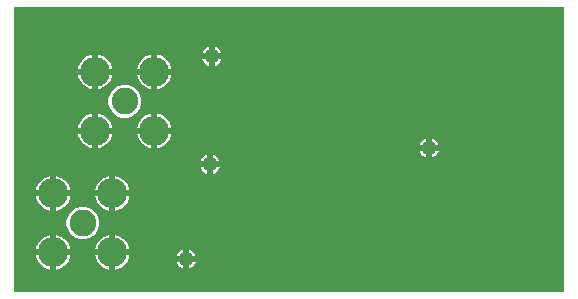
<source format=gbr>
%TF.GenerationSoftware,Altium Limited,Altium Designer,21.9.2 (33)*%
G04 Layer_Physical_Order=2*
G04 Layer_Color=16711680*
%FSLAX25Y25*%
%MOIN*%
%TF.SameCoordinates,C6803599-17ED-4D67-9099-DDF32DD067AF*%
%TF.FilePolarity,Positive*%
%TF.FileFunction,Copper,L2,Bot,Signal*%
%TF.Part,Single*%
G01*
G75*
%TA.AperFunction,ComponentPad*%
%ADD23C,0.10039*%
%ADD24C,0.08858*%
%TA.AperFunction,ViaPad*%
%ADD25C,0.05000*%
G36*
X183500Y0D02*
X0Y0D01*
X0Y95000D01*
X183500Y95000D01*
X183500Y0D01*
X183500Y0D02*
G37*
%LPC*%
G36*
X66984Y81640D02*
X66984Y79484D01*
X69140Y79484D01*
X69063Y79769D01*
X68631Y80519D01*
X68019Y81131D01*
X67269Y81563D01*
X66984Y81640D01*
X66984Y81640D02*
G37*
G36*
X65016Y81640D02*
X64731Y81563D01*
X63981Y81131D01*
X63369Y80519D01*
X62937Y79769D01*
X62860Y79484D01*
X65016Y79484D01*
X65016Y81640D01*
X65016Y81640D02*
G37*
G36*
X69140Y77516D02*
X66984Y77516D01*
X66984Y75360D01*
X67269Y75437D01*
X68019Y75869D01*
X68631Y76481D01*
X69063Y77231D01*
X69140Y77516D01*
X69140Y77516D02*
G37*
G36*
X65016Y77516D02*
X62860Y77516D01*
X62937Y77231D01*
X63369Y76481D01*
X63981Y75869D01*
X64731Y75437D01*
X65016Y75360D01*
X65016Y77516D01*
X65016Y77516D02*
G37*
G36*
X47827Y79068D02*
X47827Y74327D01*
X52568Y74327D01*
X52426Y75036D01*
X51989Y76093D01*
X51353Y77044D01*
X50544Y77853D01*
X49593Y78489D01*
X48536Y78926D01*
X47827Y79068D01*
X47827Y79068D02*
G37*
G36*
X45858Y79068D02*
X45149Y78926D01*
X44092Y78489D01*
X43141Y77853D01*
X42332Y77044D01*
X41696Y76093D01*
X41259Y75036D01*
X41118Y74327D01*
X45858Y74327D01*
X45858Y79068D01*
X45858Y79068D02*
G37*
G36*
X28142Y79068D02*
X28142Y74327D01*
X32882Y74327D01*
X32741Y75036D01*
X32304Y76093D01*
X31668Y77044D01*
X30859Y77853D01*
X29908Y78489D01*
X28851Y78926D01*
X28142Y79068D01*
X28142Y79068D02*
G37*
G36*
X26173Y79068D02*
X25464Y78926D01*
X24407Y78489D01*
X23456Y77853D01*
X22647Y77044D01*
X22011Y76093D01*
X21574Y75036D01*
X21432Y74327D01*
X26173Y74327D01*
X26173Y79068D01*
X26173Y79068D02*
G37*
G36*
X52568Y72358D02*
X47827Y72358D01*
X47827Y67617D01*
X48536Y67759D01*
X49593Y68196D01*
X50544Y68832D01*
X51353Y69641D01*
X51989Y70592D01*
X52426Y71649D01*
X52568Y72358D01*
X52568Y72358D02*
G37*
G36*
X45858Y72358D02*
X41118Y72358D01*
X41259Y71649D01*
X41696Y70592D01*
X42332Y69641D01*
X43141Y68832D01*
X44092Y68196D01*
X45149Y67759D01*
X45858Y67617D01*
X45858Y72358D01*
X45858Y72358D02*
G37*
G36*
X32882Y72358D02*
X28142Y72358D01*
X28142Y67617D01*
X28851Y67759D01*
X29908Y68196D01*
X30859Y68832D01*
X31668Y69641D01*
X32304Y70592D01*
X32741Y71649D01*
X32882Y72358D01*
X32882Y72358D02*
G37*
G36*
X26173Y72358D02*
X21432Y72358D01*
X21574Y71649D01*
X22011Y70592D01*
X22647Y69641D01*
X23456Y68832D01*
X24407Y68196D01*
X25464Y67759D01*
X26173Y67617D01*
X26173Y72358D01*
X26173Y72358D02*
G37*
G36*
X37715Y68929D02*
X36285Y68929D01*
X34904Y68559D01*
X33666Y67844D01*
X32656Y66834D01*
X31941Y65596D01*
X31571Y64215D01*
X31571Y62785D01*
X31941Y61404D01*
X32656Y60166D01*
X33666Y59156D01*
X34904Y58441D01*
X36285Y58071D01*
X37715Y58071D01*
X39096Y58441D01*
X40334Y59156D01*
X41344Y60166D01*
X42059Y61404D01*
X42429Y62785D01*
X42429Y64215D01*
X42059Y65596D01*
X41344Y66834D01*
X40334Y67844D01*
X39096Y68559D01*
X37715Y68929D01*
X37715Y68929D02*
G37*
G36*
X47827Y59383D02*
X47827Y54642D01*
X52568Y54642D01*
X52426Y55351D01*
X51989Y56408D01*
X51353Y57359D01*
X50544Y58168D01*
X49593Y58804D01*
X48536Y59241D01*
X47827Y59383D01*
X47827Y59383D02*
G37*
G36*
X45858Y59383D02*
X45149Y59241D01*
X44092Y58804D01*
X43141Y58168D01*
X42332Y57359D01*
X41696Y56408D01*
X41259Y55351D01*
X41118Y54642D01*
X45858Y54642D01*
X45858Y59383D01*
X45858Y59383D02*
G37*
G36*
X28142Y59383D02*
X28142Y54642D01*
X32882Y54642D01*
X32741Y55351D01*
X32304Y56408D01*
X31668Y57359D01*
X30859Y58168D01*
X29908Y58804D01*
X28851Y59241D01*
X28142Y59383D01*
X28142Y59383D02*
G37*
G36*
X26173Y59383D02*
X25464Y59241D01*
X24407Y58804D01*
X23456Y58168D01*
X22647Y57359D01*
X22011Y56408D01*
X21574Y55351D01*
X21432Y54642D01*
X26173Y54642D01*
X26173Y59383D01*
X26173Y59383D02*
G37*
G36*
X139484Y51140D02*
X139484Y48984D01*
X141640Y48984D01*
X141563Y49269D01*
X141131Y50019D01*
X140518Y50631D01*
X139769Y51063D01*
X139484Y51140D01*
X139484Y51140D02*
G37*
G36*
X137516Y51140D02*
X137231Y51063D01*
X136481Y50631D01*
X135869Y50019D01*
X135437Y49269D01*
X135360Y48984D01*
X137516Y48984D01*
X137516Y51140D01*
X137516Y51140D02*
G37*
G36*
X52568Y52673D02*
X47827Y52673D01*
X47827Y47932D01*
X48536Y48074D01*
X49593Y48511D01*
X50544Y49147D01*
X51353Y49956D01*
X51989Y50907D01*
X52426Y51964D01*
X52568Y52673D01*
X52568Y52673D02*
G37*
G36*
X45858Y52673D02*
X41118Y52673D01*
X41259Y51964D01*
X41696Y50907D01*
X42332Y49956D01*
X43141Y49147D01*
X44092Y48511D01*
X45149Y48074D01*
X45858Y47932D01*
X45858Y52673D01*
X45858Y52673D02*
G37*
G36*
X32882Y52673D02*
X28142Y52673D01*
X28142Y47932D01*
X28851Y48074D01*
X29908Y48511D01*
X30859Y49147D01*
X31668Y49956D01*
X32304Y50907D01*
X32741Y51964D01*
X32882Y52673D01*
X32882Y52673D02*
G37*
G36*
X26173Y52673D02*
X21432Y52673D01*
X21574Y51964D01*
X22011Y50907D01*
X22647Y49956D01*
X23456Y49147D01*
X24407Y48511D01*
X25464Y48074D01*
X26173Y47932D01*
X26173Y52673D01*
X26173Y52673D02*
G37*
G36*
X141640Y47016D02*
X139484Y47016D01*
X139484Y44860D01*
X139769Y44937D01*
X140518Y45369D01*
X141131Y45981D01*
X141563Y46731D01*
X141640Y47016D01*
X141640Y47016D02*
G37*
G36*
X137516Y47016D02*
X135360Y47016D01*
X135437Y46731D01*
X135869Y45981D01*
X136481Y45369D01*
X137231Y44937D01*
X137516Y44860D01*
X137516Y47016D01*
X137516Y47016D02*
G37*
G36*
X66484Y45640D02*
X66484Y43484D01*
X68640Y43484D01*
X68563Y43769D01*
X68131Y44519D01*
X67519Y45131D01*
X66769Y45563D01*
X66484Y45640D01*
X66484Y45640D02*
G37*
G36*
X64516Y45640D02*
X64231Y45563D01*
X63481Y45131D01*
X62869Y44519D01*
X62437Y43769D01*
X62360Y43484D01*
X64516Y43484D01*
X64516Y45640D01*
X64516Y45640D02*
G37*
G36*
X68640Y41516D02*
X66484Y41516D01*
X66484Y39360D01*
X66769Y39437D01*
X67519Y39869D01*
X68131Y40481D01*
X68563Y41231D01*
X68640Y41516D01*
X68640Y41516D02*
G37*
G36*
X64516Y41516D02*
X62360Y41516D01*
X62437Y41231D01*
X62869Y40481D01*
X63481Y39869D01*
X64231Y39437D01*
X64516Y39360D01*
X64516Y41516D01*
X64516Y41516D02*
G37*
G36*
X33827Y38568D02*
X33827Y33827D01*
X38568Y33827D01*
X38426Y34536D01*
X37989Y35593D01*
X37353Y36544D01*
X36544Y37353D01*
X35593Y37989D01*
X34536Y38426D01*
X33827Y38568D01*
X33827Y38568D02*
G37*
G36*
X14142Y38568D02*
X14142Y33827D01*
X18882Y33827D01*
X18741Y34536D01*
X18304Y35593D01*
X17668Y36544D01*
X16859Y37353D01*
X15908Y37989D01*
X14851Y38426D01*
X14142Y38568D01*
X14142Y38568D02*
G37*
G36*
X31858Y38568D02*
X31149Y38426D01*
X30092Y37989D01*
X29141Y37353D01*
X28332Y36544D01*
X27696Y35593D01*
X27259Y34536D01*
X27117Y33827D01*
X31858Y33827D01*
X31858Y38568D01*
X31858Y38568D02*
G37*
G36*
X12173Y38568D02*
X11464Y38426D01*
X10407Y37989D01*
X9456Y37353D01*
X8647Y36544D01*
X8011Y35593D01*
X7574Y34536D01*
X7432Y33827D01*
X12173Y33827D01*
X12173Y38568D01*
X12173Y38568D02*
G37*
G36*
X38568Y31858D02*
X33827Y31858D01*
X33827Y27117D01*
X34536Y27259D01*
X35593Y27696D01*
X36544Y28332D01*
X37353Y29141D01*
X37989Y30092D01*
X38426Y31149D01*
X38568Y31858D01*
X38568Y31858D02*
G37*
G36*
X18882Y31858D02*
X14142Y31858D01*
X14142Y27117D01*
X14851Y27259D01*
X15908Y27696D01*
X16859Y28332D01*
X17668Y29141D01*
X18304Y30092D01*
X18741Y31149D01*
X18882Y31858D01*
X18882Y31858D02*
G37*
G36*
X31858Y31858D02*
X27117Y31858D01*
X27259Y31149D01*
X27696Y30092D01*
X28332Y29141D01*
X29141Y28332D01*
X30092Y27696D01*
X31149Y27259D01*
X31858Y27117D01*
X31858Y31858D01*
X31858Y31858D02*
G37*
G36*
X12173Y31858D02*
X7432Y31858D01*
X7574Y31149D01*
X8011Y30092D01*
X8647Y29141D01*
X9456Y28332D01*
X10407Y27696D01*
X11464Y27259D01*
X12173Y27117D01*
X12173Y31858D01*
X12173Y31858D02*
G37*
G36*
X23715Y28429D02*
X22285Y28429D01*
X20904Y28059D01*
X19666Y27344D01*
X18656Y26334D01*
X17941Y25096D01*
X17571Y23715D01*
X17571Y22285D01*
X17941Y20904D01*
X18656Y19666D01*
X19666Y18656D01*
X20904Y17941D01*
X22285Y17571D01*
X23715Y17571D01*
X25096Y17941D01*
X26334Y18656D01*
X27344Y19666D01*
X28059Y20904D01*
X28429Y22285D01*
X28429Y23715D01*
X28059Y25096D01*
X27344Y26334D01*
X26334Y27344D01*
X25096Y28059D01*
X23715Y28429D01*
X23715Y28429D02*
G37*
G36*
X14142Y18883D02*
X14142Y14142D01*
X18883Y14142D01*
X18741Y14851D01*
X18304Y15908D01*
X17668Y16859D01*
X16859Y17668D01*
X15908Y18304D01*
X14851Y18741D01*
X14142Y18883D01*
X14142Y18883D02*
G37*
G36*
X33827Y18882D02*
X33827Y14142D01*
X38568Y14142D01*
X38427Y14851D01*
X37989Y15908D01*
X37353Y16859D01*
X36544Y17668D01*
X35593Y18304D01*
X34536Y18741D01*
X33827Y18882D01*
X33827Y18882D02*
G37*
G36*
X31858Y18882D02*
X31149Y18741D01*
X30092Y18304D01*
X29141Y17668D01*
X28332Y16859D01*
X27696Y15908D01*
X27259Y14851D01*
X27117Y14142D01*
X31858Y14142D01*
X31858Y18882D01*
X31858Y18882D02*
G37*
G36*
X12173Y18883D02*
X11464Y18741D01*
X10407Y18304D01*
X9456Y17668D01*
X8647Y16859D01*
X8011Y15908D01*
X7574Y14851D01*
X7432Y14142D01*
X12173Y14142D01*
X12173Y18883D01*
X12173Y18883D02*
G37*
G36*
X58484Y14140D02*
X58484Y11984D01*
X60640Y11984D01*
X60563Y12269D01*
X60131Y13018D01*
X59518Y13631D01*
X58769Y14063D01*
X58484Y14140D01*
X58484Y14140D02*
G37*
G36*
X56516Y14140D02*
X56231Y14063D01*
X55481Y13631D01*
X54869Y13018D01*
X54437Y12269D01*
X54360Y11984D01*
X56516Y11984D01*
X56516Y14140D01*
X56516Y14140D02*
G37*
G36*
X60640Y10016D02*
X58484Y10016D01*
X58484Y7860D01*
X58769Y7937D01*
X59518Y8369D01*
X60131Y8981D01*
X60563Y9731D01*
X60640Y10016D01*
X60640Y10016D02*
G37*
G36*
X56516Y10016D02*
X54360Y10016D01*
X54437Y9731D01*
X54869Y8981D01*
X55481Y8369D01*
X56231Y7937D01*
X56516Y7860D01*
X56516Y10016D01*
X56516Y10016D02*
G37*
G36*
X18883Y12173D02*
X14142Y12173D01*
X14142Y7432D01*
X14851Y7574D01*
X15908Y8011D01*
X16859Y8647D01*
X17668Y9456D01*
X18304Y10407D01*
X18741Y11464D01*
X18883Y12173D01*
X18883Y12173D02*
G37*
G36*
X12173Y12173D02*
X7432Y12173D01*
X7574Y11464D01*
X8011Y10407D01*
X8647Y9456D01*
X9456Y8647D01*
X10407Y8011D01*
X11464Y7574D01*
X12173Y7432D01*
X12173Y12173D01*
X12173Y12173D02*
G37*
G36*
X31858Y12173D02*
X27117Y12173D01*
X27259Y11464D01*
X27696Y10407D01*
X28332Y9456D01*
X29141Y8647D01*
X30092Y8011D01*
X31149Y7574D01*
X31858Y7432D01*
X31858Y12173D01*
X31858Y12173D02*
G37*
G36*
X38568Y12173D02*
X33827Y12173D01*
X33827Y7432D01*
X34536Y7574D01*
X35593Y8011D01*
X36544Y8647D01*
X37353Y9456D01*
X37989Y10407D01*
X38427Y11464D01*
X38568Y12173D01*
X38568Y12173D02*
G37*
%LPD*%
D23*
X32842Y32842D02*
D03*
X32842Y13158D02*
D03*
X13158Y13158D02*
D03*
X13158Y32842D02*
D03*
X27158Y73343D02*
D03*
X46843Y73343D02*
D03*
X46843Y53658D02*
D03*
X27158Y53658D02*
D03*
D24*
X23000Y23000D02*
D03*
X37000Y63500D02*
D03*
D25*
X57500Y11000D02*
D03*
X65500Y42500D02*
D03*
X66000Y78500D02*
D03*
X138500Y48000D02*
D03*
%TF.MD5,4ae3c9667c0ec7c5eda37ec07d8891b8*%
M02*

</source>
